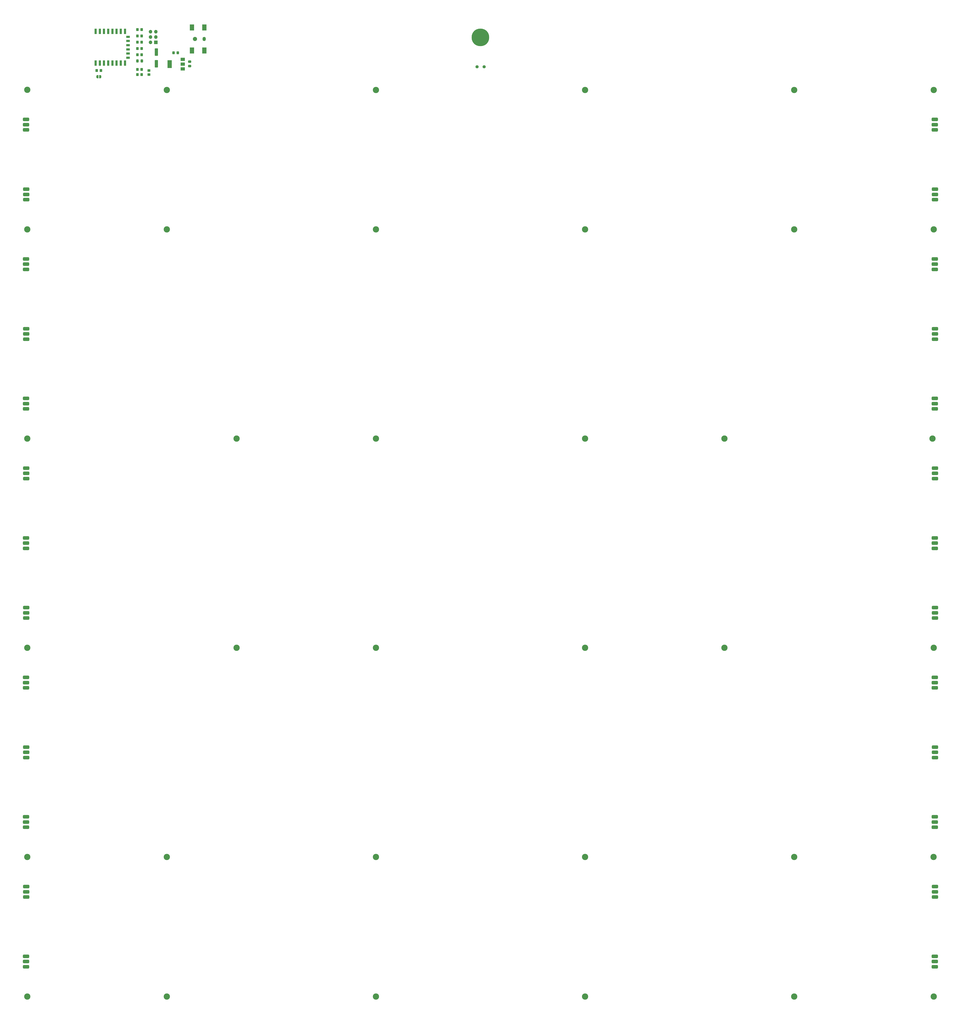
<source format=gts>
%TF.GenerationSoftware,KiCad,Pcbnew,(6.0.0)*%
%TF.CreationDate,2023-08-02T11:37:25+02:00*%
%TF.ProjectId,backpannel_pcb_13x13_big,6261636b-7061-46e6-9e65-6c5f7063625f,rev?*%
%TF.SameCoordinates,Original*%
%TF.FileFunction,Soldermask,Top*%
%TF.FilePolarity,Negative*%
%FSLAX46Y46*%
G04 Gerber Fmt 4.6, Leading zero omitted, Abs format (unit mm)*
G04 Created by KiCad (PCBNEW (6.0.0)) date 2023-08-02 11:37:25*
%MOMM*%
%LPD*%
G01*
G04 APERTURE LIST*
G04 Aperture macros list*
%AMRoundRect*
0 Rectangle with rounded corners*
0 $1 Rounding radius*
0 $2 $3 $4 $5 $6 $7 $8 $9 X,Y pos of 4 corners*
0 Add a 4 corners polygon primitive as box body*
4,1,4,$2,$3,$4,$5,$6,$7,$8,$9,$2,$3,0*
0 Add four circle primitives for the rounded corners*
1,1,$1+$1,$2,$3*
1,1,$1+$1,$4,$5*
1,1,$1+$1,$6,$7*
1,1,$1+$1,$8,$9*
0 Add four rect primitives between the rounded corners*
20,1,$1+$1,$2,$3,$4,$5,0*
20,1,$1+$1,$4,$5,$6,$7,0*
20,1,$1+$1,$6,$7,$8,$9,0*
20,1,$1+$1,$8,$9,$2,$3,0*%
%AMFreePoly0*
4,1,22,0.500000,-0.750000,0.000000,-0.750000,0.000000,-0.745033,-0.079941,-0.743568,-0.215256,-0.701293,-0.333266,-0.622738,-0.424486,-0.514219,-0.481581,-0.384460,-0.499164,-0.250000,-0.500000,-0.250000,-0.500000,0.250000,-0.499164,0.250000,-0.499963,0.256109,-0.478152,0.396186,-0.417904,0.524511,-0.324060,0.630769,-0.204165,0.706417,-0.067858,0.745374,0.000000,0.744959,0.000000,0.750000,
0.500000,0.750000,0.500000,-0.750000,0.500000,-0.750000,$1*%
%AMFreePoly1*
4,1,20,0.000000,0.744959,0.073905,0.744508,0.209726,0.703889,0.328688,0.626782,0.421226,0.519385,0.479903,0.390333,0.500000,0.250000,0.500000,-0.250000,0.499851,-0.262216,0.476331,-0.402017,0.414519,-0.529596,0.319384,-0.634700,0.198574,-0.708877,0.061801,-0.746166,0.000000,-0.745033,0.000000,-0.750000,-0.500000,-0.750000,-0.500000,0.750000,0.000000,0.750000,0.000000,0.744959,
0.000000,0.744959,$1*%
G04 Aperture macros list end*
%ADD10RoundRect,0.250000X0.350000X0.450000X-0.350000X0.450000X-0.350000X-0.450000X0.350000X-0.450000X0*%
%ADD11C,3.000000*%
%ADD12O,1.500000X2.000000*%
%ADD13C,2.000000*%
%ADD14R,2.000000X3.000000*%
%ADD15RoundRect,0.425000X1.075000X0.425000X-1.075000X0.425000X-1.075000X-0.425000X1.075000X-0.425000X0*%
%ADD16RoundRect,0.425000X-1.075000X-0.425000X1.075000X-0.425000X1.075000X0.425000X-1.075000X0.425000X0*%
%ADD17RoundRect,0.250000X-0.350000X-0.450000X0.350000X-0.450000X0.350000X0.450000X-0.350000X0.450000X0*%
%ADD18C,8.400000*%
%ADD19RoundRect,0.250000X-0.450000X0.350000X-0.450000X-0.350000X0.450000X-0.350000X0.450000X0.350000X0*%
%ADD20FreePoly0,180.000000*%
%ADD21FreePoly1,180.000000*%
%ADD22RoundRect,0.250000X0.325000X0.450000X-0.325000X0.450000X-0.325000X-0.450000X0.325000X-0.450000X0*%
%ADD23R,2.000000X1.500000*%
%ADD24R,2.000000X3.800000*%
%ADD25R,1.000000X2.500000*%
%ADD26R,1.800000X1.000000*%
%ADD27R,1.700000X1.700000*%
%ADD28O,1.700000X1.700000*%
%ADD29RoundRect,0.250000X-0.475000X0.337500X-0.475000X-0.337500X0.475000X-0.337500X0.475000X0.337500X0*%
%ADD30RoundRect,0.250000X0.550000X-1.500000X0.550000X1.500000X-0.550000X1.500000X-0.550000X-1.500000X0*%
%ADD31RoundRect,0.250000X-0.337500X-0.475000X0.337500X-0.475000X0.337500X0.475000X-0.337500X0.475000X0*%
%ADD32C,1.500000*%
G04 APERTURE END LIST*
D10*
%TO.C,R5*%
X388000000Y-326000000D03*
X386000000Y-326000000D03*
%TD*%
D11*
%TO.C,REF\u002A\u002A*%
X499999650Y-512480360D03*
%TD*%
D12*
%TO.C,J2*%
X417900000Y-321500000D03*
D13*
X413500000Y-321500000D03*
D14*
X412000000Y-327000000D03*
X418000000Y-327000000D03*
X412000000Y-316000000D03*
X418000000Y-316000000D03*
%TD*%
D11*
%TO.C,REF\u002A\u002A*%
X399999660Y-779147000D03*
%TD*%
%TO.C,REF\u002A\u002A*%
X399999660Y-412480370D03*
%TD*%
%TO.C,REF\u002A\u002A*%
X599999640Y-779147000D03*
%TD*%
D15*
%TO.C,S2*%
X332750000Y-398278300D03*
X767300000Y-398278300D03*
X767300000Y-395778300D03*
X332750000Y-393278300D03*
X767300000Y-393278300D03*
X332750000Y-395778300D03*
%TD*%
D16*
%TO.C,S1*%
X332700000Y-359945000D03*
X767250000Y-359945000D03*
X332700000Y-362445000D03*
X332700000Y-364945000D03*
X767250000Y-364945000D03*
X767250000Y-362445000D03*
%TD*%
D11*
%TO.C,REF\u002A\u002A*%
X333333330Y-345790000D03*
%TD*%
%TO.C,REF\u002A\u002A*%
X699999630Y-779147000D03*
%TD*%
%TO.C,REF\u002A\u002A*%
X333333000Y-412480370D03*
%TD*%
D16*
%TO.C,S3*%
X332700000Y-426611600D03*
X767250000Y-426611600D03*
X332700000Y-429111600D03*
X332700000Y-431611600D03*
X767250000Y-431611600D03*
X767250000Y-429111600D03*
%TD*%
D11*
%TO.C,REF\u002A\u002A*%
X499999650Y-712480340D03*
%TD*%
%TO.C,REF\u002A\u002A*%
X499999650Y-612480350D03*
%TD*%
%TO.C,REF\u002A\u002A*%
X599999640Y-512480360D03*
%TD*%
%TO.C,REF\u002A\u002A*%
X766666290Y-612480350D03*
%TD*%
%TO.C,REF\u002A\u002A*%
X599999640Y-345813710D03*
%TD*%
D15*
%TO.C,S8*%
X767300000Y-598278100D03*
X332750000Y-598278100D03*
X767300000Y-595778100D03*
X332750000Y-593278100D03*
X767300000Y-593278100D03*
X332750000Y-595778100D03*
%TD*%
D17*
%TO.C,R1*%
X386000000Y-336000000D03*
X388000000Y-336000000D03*
%TD*%
D11*
%TO.C,REF\u002A\u002A*%
X333333000Y-712480340D03*
%TD*%
%TO.C,REF\u002A\u002A*%
X433332990Y-512480360D03*
%TD*%
%TO.C,REF\u002A\u002A*%
X766666290Y-412480370D03*
%TD*%
%TO.C,REF\u002A\u002A*%
X499999650Y-345813710D03*
%TD*%
D18*
%TO.C,REF\u002A\u002A*%
X549990000Y-320700000D03*
%TD*%
D11*
%TO.C,REF\u002A\u002A*%
X499999650Y-779147000D03*
%TD*%
%TO.C,REF\u002A\u002A*%
X433332990Y-612480350D03*
%TD*%
D19*
%TO.C,R3*%
X391500000Y-336500000D03*
X391500000Y-338500000D03*
%TD*%
D15*
%TO.C,S12*%
X767300000Y-731611300D03*
X332750000Y-731611300D03*
X767300000Y-729111300D03*
X332750000Y-726611300D03*
X767300000Y-726611300D03*
X332750000Y-729111300D03*
%TD*%
D11*
%TO.C,REF\u002A\u002A*%
X699999630Y-712480340D03*
%TD*%
D16*
%TO.C,S9*%
X332700000Y-626611400D03*
X767250000Y-626611400D03*
X332700000Y-629111400D03*
X767250000Y-631611400D03*
X332700000Y-631611400D03*
X767250000Y-629111400D03*
%TD*%
D11*
%TO.C,REF\u002A\u002A*%
X599999640Y-612480350D03*
%TD*%
D20*
%TO.C,JP1*%
X368150000Y-339500000D03*
D21*
X366850000Y-339500000D03*
%TD*%
D11*
%TO.C,REF\u002A\u002A*%
X333333000Y-779147000D03*
%TD*%
D15*
%TO.C,S4*%
X332750000Y-464944900D03*
X767300000Y-464944900D03*
X767300000Y-462444900D03*
X332750000Y-459944900D03*
X767300000Y-459944900D03*
X332750000Y-462444900D03*
%TD*%
%TO.C,S10*%
X767300000Y-664944700D03*
X332750000Y-664944700D03*
X767300000Y-662444700D03*
X332750000Y-659944700D03*
X767300000Y-659944700D03*
X332750000Y-662444700D03*
%TD*%
D17*
%TO.C,R8*%
X386000000Y-320000000D03*
X388000000Y-320000000D03*
%TD*%
D11*
%TO.C,REF\u002A\u002A*%
X399999660Y-345813710D03*
%TD*%
%TO.C,REF\u002A\u002A*%
X599999640Y-712480340D03*
%TD*%
%TO.C,REF\u002A\u002A*%
X766600000Y-712500000D03*
%TD*%
%TO.C,REF\u002A\u002A*%
X333333000Y-512480360D03*
%TD*%
D22*
%TO.C,D1*%
X405271000Y-328039000D03*
X403221000Y-328039000D03*
%TD*%
D11*
%TO.C,REF\u002A\u002A*%
X699999630Y-412480370D03*
%TD*%
D16*
%TO.C,S11*%
X767250000Y-693278000D03*
X332700000Y-693278000D03*
X332700000Y-695778000D03*
X767250000Y-698278000D03*
X332700000Y-698278000D03*
X767250000Y-695778000D03*
%TD*%
D23*
%TO.C,U1*%
X407650000Y-335800000D03*
X407650000Y-333500000D03*
D24*
X401350000Y-333500000D03*
D23*
X407650000Y-331200000D03*
%TD*%
D25*
%TO.C,U2*%
X366000000Y-333025000D03*
X368000000Y-333025000D03*
X370000000Y-333025000D03*
X372000000Y-333025000D03*
X374000000Y-333025000D03*
X376000000Y-333025000D03*
X378000000Y-333025000D03*
X380000000Y-333025000D03*
D26*
X381500000Y-330425000D03*
X381500000Y-328425000D03*
X381500000Y-326425000D03*
X381500000Y-324425000D03*
X381500000Y-322425000D03*
X381500000Y-320425000D03*
D25*
X380000000Y-317825000D03*
X378000000Y-317825000D03*
X376000000Y-317825000D03*
X374000000Y-317825000D03*
X372000000Y-317825000D03*
X370000000Y-317825000D03*
X368000000Y-317825000D03*
X366000000Y-317825000D03*
%TD*%
D16*
%TO.C,S5*%
X767250000Y-493278200D03*
X332700000Y-493278200D03*
X332700000Y-495778200D03*
X332700000Y-498278200D03*
X767250000Y-498278200D03*
X767250000Y-495778200D03*
%TD*%
D11*
%TO.C,REF\u002A\u002A*%
X333333000Y-612480350D03*
%TD*%
%TO.C,REF\u002A\u002A*%
X499999650Y-412480370D03*
%TD*%
%TO.C,REF\u002A\u002A*%
X766100000Y-512480360D03*
%TD*%
D10*
%TO.C,R4*%
X388000000Y-338500000D03*
X386000000Y-338500000D03*
%TD*%
D27*
%TO.C,J1*%
X394770000Y-323040000D03*
D28*
X392230000Y-323040000D03*
X394770000Y-320500000D03*
X392230000Y-320500000D03*
X394770000Y-317960000D03*
X392230000Y-317960000D03*
%TD*%
D16*
%TO.C,S13*%
X332700000Y-759944600D03*
X767250000Y-759944600D03*
X332700000Y-762444600D03*
X767250000Y-764944600D03*
X332700000Y-764944600D03*
X767250000Y-762444600D03*
%TD*%
D17*
%TO.C,R9*%
X386000000Y-317000000D03*
X388000000Y-317000000D03*
%TD*%
D29*
%TO.C,C1*%
X410977000Y-332335500D03*
X410977000Y-334410500D03*
%TD*%
D30*
%TO.C,C2*%
X395000000Y-333300000D03*
X395000000Y-327700000D03*
%TD*%
D11*
%TO.C,REF\u002A\u002A*%
X699999630Y-345813710D03*
%TD*%
%TO.C,REF\u002A\u002A*%
X399999660Y-712480340D03*
%TD*%
D31*
%TO.C,C3*%
X385962500Y-332000000D03*
X388037500Y-332000000D03*
%TD*%
D11*
%TO.C,REF\u002A\u002A*%
X766666290Y-345813710D03*
%TD*%
D17*
%TO.C,R7*%
X386000000Y-323000000D03*
X388000000Y-323000000D03*
%TD*%
D11*
%TO.C,REF\u002A\u002A*%
X666666300Y-612480350D03*
%TD*%
D10*
%TO.C,R6*%
X386000000Y-329000000D03*
X388000000Y-329000000D03*
%TD*%
D11*
%TO.C,REF\u002A\u002A*%
X599999640Y-412480370D03*
%TD*%
D15*
%TO.C,S6*%
X767300000Y-531611500D03*
X332750000Y-531611500D03*
X767300000Y-529111500D03*
X767300000Y-526611500D03*
X332750000Y-526611500D03*
X332750000Y-529111500D03*
%TD*%
D11*
%TO.C,REF\u002A\u002A*%
X766666290Y-779147000D03*
%TD*%
D32*
%TO.C,R2*%
X548312200Y-334752600D03*
X551712200Y-334752600D03*
%TD*%
D17*
%TO.C,R10*%
X366500000Y-336500000D03*
X368500000Y-336500000D03*
%TD*%
D11*
%TO.C,REF\u002A\u002A*%
X666666300Y-512480360D03*
%TD*%
D16*
%TO.C,S7*%
X767250000Y-559944800D03*
X332700000Y-559944800D03*
X332700000Y-562444800D03*
X332700000Y-564944800D03*
X767250000Y-564944800D03*
X767250000Y-562444800D03*
%TD*%
M02*

</source>
